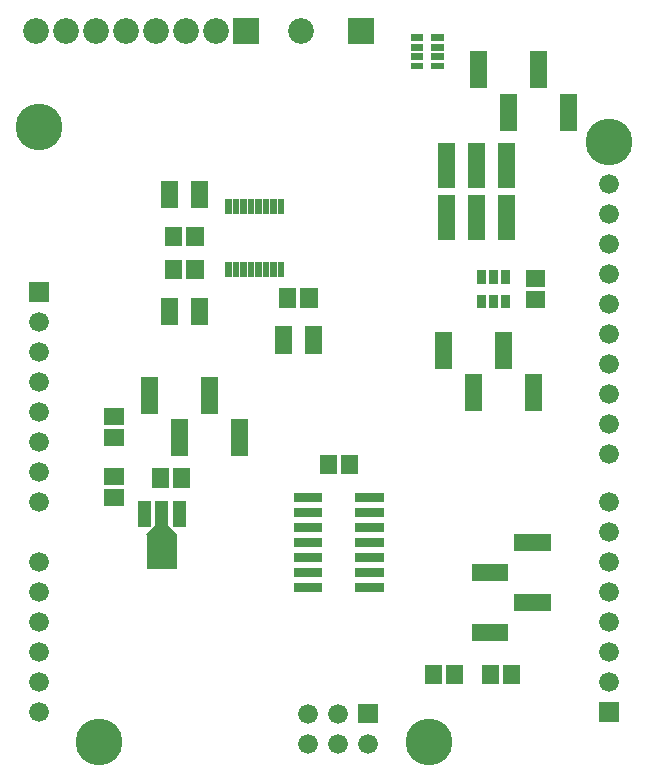
<source format=gbr>
G04 start of page 6 for group -4063 idx -4063 *
G04 Title: (unknown), componentmask *
G04 Creator: pcb 20140316 *
G04 CreationDate: Thu 27 Apr 2017 04:43:42 AM GMT UTC *
G04 For: railfan *
G04 Format: Gerber/RS-274X *
G04 PCB-Dimensions (mil): 2100.00 2700.00 *
G04 PCB-Coordinate-Origin: lower left *
%MOIN*%
%FSLAX25Y25*%
%LNTOPMASK*%
%ADD63R,0.0300X0.0300*%
%ADD62R,0.0225X0.0225*%
%ADD61R,0.0550X0.0550*%
%ADD60R,0.1005X0.1005*%
%ADD59R,0.0438X0.0438*%
%ADD58R,0.0572X0.0572*%
%ADD57R,0.0227X0.0227*%
%ADD56R,0.0560X0.0560*%
%ADD55C,0.0860*%
%ADD54C,0.1560*%
%ADD53C,0.0660*%
%ADD52C,0.0001*%
G54D52*G36*
X196700Y23300D02*Y16700D01*
X203300D01*
Y23300D01*
X196700D01*
G37*
G54D53*X200000Y30000D03*
Y40000D03*
Y50000D03*
Y60000D03*
Y70000D03*
G54D54*X140000Y10000D03*
G54D53*X119803Y9449D03*
X109803D03*
X99803D03*
G54D52*G36*
X116503Y22749D02*Y16149D01*
X123103D01*
Y22749D01*
X116503D01*
G37*
G54D53*X109803Y19449D03*
X99803D03*
X10000Y130000D03*
Y120000D03*
Y110000D03*
Y100000D03*
Y90000D03*
Y70000D03*
Y60000D03*
Y50000D03*
Y40000D03*
Y30000D03*
Y20000D03*
G54D54*X30000Y10000D03*
G54D53*X200000Y80000D03*
Y90000D03*
Y106000D03*
Y116000D03*
Y126000D03*
Y136000D03*
Y146000D03*
Y156000D03*
Y166000D03*
Y176000D03*
Y186000D03*
Y196000D03*
G54D54*Y210000D03*
G54D52*G36*
X6700Y163300D02*Y156700D01*
X13300D01*
Y163300D01*
X6700D01*
G37*
G54D53*X10000Y150000D03*
Y140000D03*
G54D54*Y215000D03*
G54D55*X59000Y247000D03*
X49000D03*
X39000D03*
X29000D03*
X19000D03*
X9000D03*
G54D52*G36*
X113200Y251300D02*Y242700D01*
X121800D01*
Y251300D01*
X113200D01*
G37*
G36*
X74700D02*Y242700D01*
X83300D01*
Y251300D01*
X74700D01*
G37*
G54D55*X69000Y247000D03*
X97500D03*
G54D56*X156500Y237413D02*Y230760D01*
X186500Y223240D02*Y216587D01*
X176500Y237413D02*Y230760D01*
X166500Y223240D02*Y216587D01*
G54D57*X135217Y244724D02*X137087D01*
X135217Y241575D02*X137087D01*
X135217Y238425D02*X137087D01*
X135217Y235276D02*X137087D01*
X141913D02*X143783D01*
X141913Y238425D02*X143783D01*
X141913Y241575D02*X143783D01*
X141913Y244724D02*X143783D01*
G54D58*X57543Y98393D02*Y97607D01*
G54D59*X56906Y87984D02*Y83890D01*
G54D58*X50457Y98393D02*Y97607D01*
G54D59*X51000Y87984D02*Y76174D01*
G54D60*Y74440D02*Y72550D01*
G54D52*G36*
X52885Y82429D02*X56149Y79165D01*
X54305Y77321D01*
X51041Y80585D01*
X52885Y82429D01*
G37*
G36*
X45851Y79165D02*X49115Y82429D01*
X50959Y80585D01*
X47695Y77321D01*
X45851Y79165D01*
G37*
G54D59*X45094Y87984D02*Y83890D01*
G54D58*X34607Y98543D02*X35393D01*
X34607Y91457D02*X35393D01*
X34607Y111414D02*X35393D01*
X34607Y118500D02*X35393D01*
G54D56*X47000Y128913D02*Y122260D01*
X57000Y114740D02*Y108087D01*
X77000Y114740D02*Y108087D01*
G54D58*X62043Y178893D02*Y178107D01*
X54957Y178893D02*Y178107D01*
G54D61*X63500Y194300D02*Y190700D01*
X53500Y194300D02*Y190700D01*
G54D58*X62043Y167893D02*Y167107D01*
X54957Y167893D02*Y167107D01*
G54D61*X53500Y155300D02*Y151700D01*
G54D62*X78250Y189925D02*Y187075D01*
X75750Y189925D02*Y187075D01*
X73250Y189925D02*Y187075D01*
X78250Y189000D02*Y188000D01*
X75750Y189000D02*Y188000D01*
X73250Y189000D02*Y188000D01*
X85750Y189925D02*Y187075D01*
X83250Y189925D02*Y187075D01*
X80750Y189925D02*Y187075D01*
X85750Y189000D02*Y188000D01*
X83250Y189000D02*Y188000D01*
X80750Y189000D02*Y188000D01*
X73250Y168000D02*Y167000D01*
X75750Y168000D02*Y167000D01*
X78250Y168000D02*Y167000D01*
X80750Y168000D02*Y167000D01*
X83250Y168000D02*Y167000D01*
X85750Y168000D02*Y167000D01*
G54D61*X63500Y155300D02*Y151700D01*
G54D62*X90750Y189925D02*Y187075D01*
Y189000D02*Y188000D01*
X88250Y189925D02*Y187075D01*
Y189000D02*Y188000D01*
X73250Y168925D02*Y166075D01*
X75750Y168925D02*Y166075D01*
X78250Y168925D02*Y166075D01*
X80750Y168925D02*Y166075D01*
X83250Y168925D02*Y166075D01*
X85750Y168925D02*Y166075D01*
X88250Y168925D02*Y166075D01*
Y168000D02*Y167000D01*
X90750Y168925D02*Y166075D01*
Y168000D02*Y167000D01*
G54D56*X67000Y128913D02*Y122260D01*
G54D63*X96500Y91500D02*X103000D01*
X96500Y86500D02*X103000D01*
X96500Y81500D02*X103000D01*
X96500Y76500D02*X103000D01*
X96500Y71500D02*X103000D01*
X117000D02*X123500D01*
X117000Y76500D02*X123500D01*
X117000Y81500D02*X123500D01*
X117000Y86500D02*X123500D01*
X117000Y91500D02*X123500D01*
G54D58*X113543Y102893D02*Y102107D01*
X106457Y102893D02*Y102107D01*
G54D56*X175000Y129740D02*Y123087D01*
X165000Y143913D02*Y137260D01*
X155000Y129740D02*Y123087D01*
G54D58*X175107Y164543D02*X175893D01*
G54D56*X171260Y56500D02*X177913D01*
X171260Y76500D02*X177913D01*
G54D58*X160457Y32893D02*Y32107D01*
X167543Y32893D02*Y32107D01*
X141457Y32893D02*Y32107D01*
X148543Y32893D02*Y32107D01*
G54D61*X101500Y145800D02*Y142200D01*
X91500Y145800D02*Y142200D01*
G54D58*X100043Y158393D02*Y157607D01*
X92957Y158393D02*Y157607D01*
G54D56*X157087Y46500D02*X163740D01*
X157087Y66500D02*X163740D01*
G54D63*X96500D02*X103000D01*
X96500Y61500D02*X103000D01*
X117000D02*X123500D01*
X117000Y66500D02*X123500D01*
G54D56*X145000Y143913D02*Y137260D01*
X146000Y189504D02*Y180016D01*
Y206984D02*Y197496D01*
G54D63*X165500Y165800D02*Y164200D01*
X161600Y165800D02*Y164200D01*
X157700Y165800D02*Y164200D01*
Y157600D02*Y156000D01*
X161600Y157600D02*Y156000D01*
X165500Y157600D02*Y156000D01*
G54D58*X175107Y157457D02*X175893D01*
G54D56*X156000Y189504D02*Y180016D01*
X166000Y189504D02*Y180016D01*
Y206984D02*Y197496D01*
X156000Y206984D02*Y197496D01*
M02*

</source>
